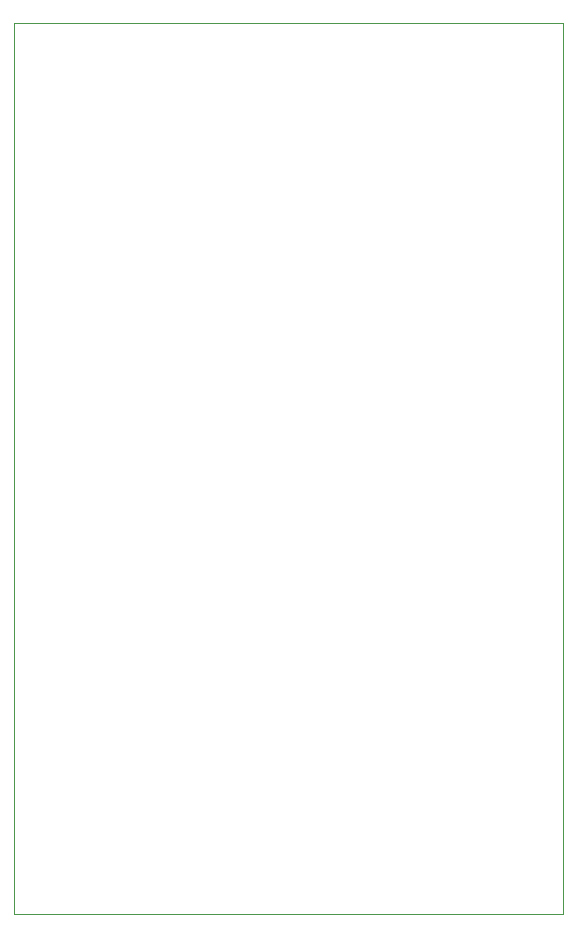
<source format=gm1>
G04 #@! TF.GenerationSoftware,KiCad,Pcbnew,9.0.1*
G04 #@! TF.CreationDate,2025-04-26T01:58:34+03:00*
G04 #@! TF.ProjectId,solder project,736f6c64-6572-4207-9072-6f6a6563742e,rev?*
G04 #@! TF.SameCoordinates,Original*
G04 #@! TF.FileFunction,Profile,NP*
%FSLAX46Y46*%
G04 Gerber Fmt 4.6, Leading zero omitted, Abs format (unit mm)*
G04 Created by KiCad (PCBNEW 9.0.1) date 2025-04-26 01:58:34*
%MOMM*%
%LPD*%
G01*
G04 APERTURE LIST*
G04 #@! TA.AperFunction,Profile*
%ADD10C,0.050000*%
G04 #@! TD*
G04 APERTURE END LIST*
D10*
X73500000Y-48500000D02*
X120000000Y-48500000D01*
X120000000Y-124000000D01*
X73500000Y-124000000D01*
X73500000Y-48500000D01*
M02*

</source>
